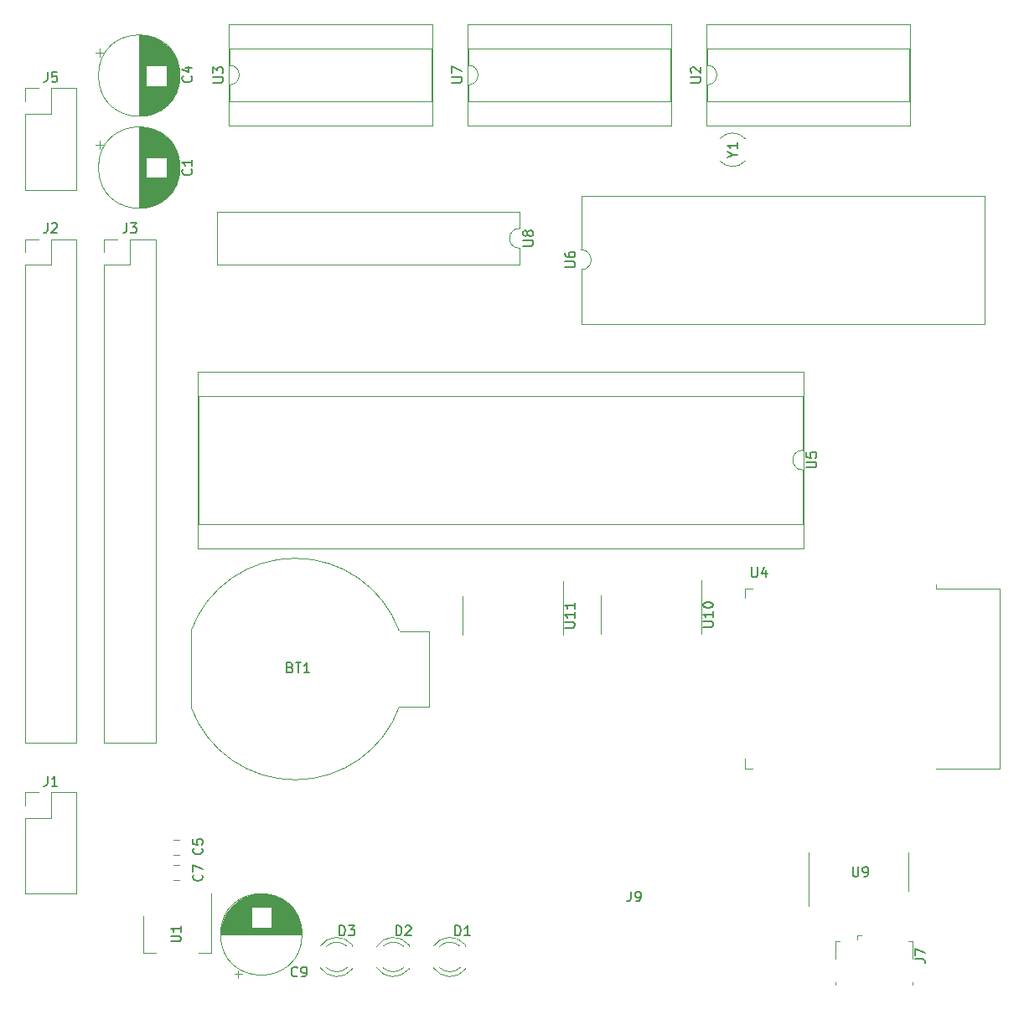
<source format=gbr>
%TF.GenerationSoftware,KiCad,Pcbnew,7.0.0-da2b9df05c~163~ubuntu22.04.1*%
%TF.CreationDate,2023-02-22T18:51:16-05:00*%
%TF.ProjectId,main,6d61696e-2e6b-4696-9361-645f70636258,rev?*%
%TF.SameCoordinates,Original*%
%TF.FileFunction,Legend,Top*%
%TF.FilePolarity,Positive*%
%FSLAX46Y46*%
G04 Gerber Fmt 4.6, Leading zero omitted, Abs format (unit mm)*
G04 Created by KiCad (PCBNEW 7.0.0-da2b9df05c~163~ubuntu22.04.1) date 2023-02-22 18:51:16*
%MOMM*%
%LPD*%
G01*
G04 APERTURE LIST*
%ADD10C,0.150000*%
%ADD11C,0.120000*%
G04 APERTURE END LIST*
D10*
%TO.C,J1*%
X23476666Y-98817380D02*
X23476666Y-99531666D01*
X23476666Y-99531666D02*
X23429047Y-99674523D01*
X23429047Y-99674523D02*
X23333809Y-99769761D01*
X23333809Y-99769761D02*
X23190952Y-99817380D01*
X23190952Y-99817380D02*
X23095714Y-99817380D01*
X24476666Y-99817380D02*
X23905238Y-99817380D01*
X24190952Y-99817380D02*
X24190952Y-98817380D01*
X24190952Y-98817380D02*
X24095714Y-98960238D01*
X24095714Y-98960238D02*
X24000476Y-99055476D01*
X24000476Y-99055476D02*
X23905238Y-99103095D01*
%TO.C,J5*%
X23476666Y-27637380D02*
X23476666Y-28351666D01*
X23476666Y-28351666D02*
X23429047Y-28494523D01*
X23429047Y-28494523D02*
X23333809Y-28589761D01*
X23333809Y-28589761D02*
X23190952Y-28637380D01*
X23190952Y-28637380D02*
X23095714Y-28637380D01*
X24429047Y-27637380D02*
X23952857Y-27637380D01*
X23952857Y-27637380D02*
X23905238Y-28113571D01*
X23905238Y-28113571D02*
X23952857Y-28065952D01*
X23952857Y-28065952D02*
X24048095Y-28018333D01*
X24048095Y-28018333D02*
X24286190Y-28018333D01*
X24286190Y-28018333D02*
X24381428Y-28065952D01*
X24381428Y-28065952D02*
X24429047Y-28113571D01*
X24429047Y-28113571D02*
X24476666Y-28208809D01*
X24476666Y-28208809D02*
X24476666Y-28446904D01*
X24476666Y-28446904D02*
X24429047Y-28542142D01*
X24429047Y-28542142D02*
X24381428Y-28589761D01*
X24381428Y-28589761D02*
X24286190Y-28637380D01*
X24286190Y-28637380D02*
X24048095Y-28637380D01*
X24048095Y-28637380D02*
X23952857Y-28589761D01*
X23952857Y-28589761D02*
X23905238Y-28542142D01*
%TO.C,J2*%
X23476666Y-42907380D02*
X23476666Y-43621666D01*
X23476666Y-43621666D02*
X23429047Y-43764523D01*
X23429047Y-43764523D02*
X23333809Y-43859761D01*
X23333809Y-43859761D02*
X23190952Y-43907380D01*
X23190952Y-43907380D02*
X23095714Y-43907380D01*
X23905238Y-43002619D02*
X23952857Y-42955000D01*
X23952857Y-42955000D02*
X24048095Y-42907380D01*
X24048095Y-42907380D02*
X24286190Y-42907380D01*
X24286190Y-42907380D02*
X24381428Y-42955000D01*
X24381428Y-42955000D02*
X24429047Y-43002619D01*
X24429047Y-43002619D02*
X24476666Y-43097857D01*
X24476666Y-43097857D02*
X24476666Y-43193095D01*
X24476666Y-43193095D02*
X24429047Y-43335952D01*
X24429047Y-43335952D02*
X23857619Y-43907380D01*
X23857619Y-43907380D02*
X24476666Y-43907380D01*
%TO.C,J3*%
X31476666Y-42907380D02*
X31476666Y-43621666D01*
X31476666Y-43621666D02*
X31429047Y-43764523D01*
X31429047Y-43764523D02*
X31333809Y-43859761D01*
X31333809Y-43859761D02*
X31190952Y-43907380D01*
X31190952Y-43907380D02*
X31095714Y-43907380D01*
X31857619Y-42907380D02*
X32476666Y-42907380D01*
X32476666Y-42907380D02*
X32143333Y-43288333D01*
X32143333Y-43288333D02*
X32286190Y-43288333D01*
X32286190Y-43288333D02*
X32381428Y-43335952D01*
X32381428Y-43335952D02*
X32429047Y-43383571D01*
X32429047Y-43383571D02*
X32476666Y-43478809D01*
X32476666Y-43478809D02*
X32476666Y-43716904D01*
X32476666Y-43716904D02*
X32429047Y-43812142D01*
X32429047Y-43812142D02*
X32381428Y-43859761D01*
X32381428Y-43859761D02*
X32286190Y-43907380D01*
X32286190Y-43907380D02*
X32000476Y-43907380D01*
X32000476Y-43907380D02*
X31905238Y-43859761D01*
X31905238Y-43859761D02*
X31857619Y-43812142D01*
%TO.C,C4*%
X38004142Y-28039666D02*
X38051761Y-28087285D01*
X38051761Y-28087285D02*
X38099380Y-28230142D01*
X38099380Y-28230142D02*
X38099380Y-28325380D01*
X38099380Y-28325380D02*
X38051761Y-28468237D01*
X38051761Y-28468237D02*
X37956523Y-28563475D01*
X37956523Y-28563475D02*
X37861285Y-28611094D01*
X37861285Y-28611094D02*
X37670809Y-28658713D01*
X37670809Y-28658713D02*
X37527952Y-28658713D01*
X37527952Y-28658713D02*
X37337476Y-28611094D01*
X37337476Y-28611094D02*
X37242238Y-28563475D01*
X37242238Y-28563475D02*
X37147000Y-28468237D01*
X37147000Y-28468237D02*
X37099380Y-28325380D01*
X37099380Y-28325380D02*
X37099380Y-28230142D01*
X37099380Y-28230142D02*
X37147000Y-28087285D01*
X37147000Y-28087285D02*
X37194619Y-28039666D01*
X37432714Y-27182523D02*
X38099380Y-27182523D01*
X37051761Y-27420618D02*
X37766047Y-27658713D01*
X37766047Y-27658713D02*
X37766047Y-27039666D01*
%TO.C,C1*%
X38004142Y-37466666D02*
X38051761Y-37514285D01*
X38051761Y-37514285D02*
X38099380Y-37657142D01*
X38099380Y-37657142D02*
X38099380Y-37752380D01*
X38099380Y-37752380D02*
X38051761Y-37895237D01*
X38051761Y-37895237D02*
X37956523Y-37990475D01*
X37956523Y-37990475D02*
X37861285Y-38038094D01*
X37861285Y-38038094D02*
X37670809Y-38085713D01*
X37670809Y-38085713D02*
X37527952Y-38085713D01*
X37527952Y-38085713D02*
X37337476Y-38038094D01*
X37337476Y-38038094D02*
X37242238Y-37990475D01*
X37242238Y-37990475D02*
X37147000Y-37895237D01*
X37147000Y-37895237D02*
X37099380Y-37752380D01*
X37099380Y-37752380D02*
X37099380Y-37657142D01*
X37099380Y-37657142D02*
X37147000Y-37514285D01*
X37147000Y-37514285D02*
X37194619Y-37466666D01*
X38099380Y-36514285D02*
X38099380Y-37085713D01*
X38099380Y-36799999D02*
X37099380Y-36799999D01*
X37099380Y-36799999D02*
X37242238Y-36895237D01*
X37242238Y-36895237D02*
X37337476Y-36990475D01*
X37337476Y-36990475D02*
X37385095Y-37085713D01*
%TO.C,U2*%
X88477380Y-28701904D02*
X89286904Y-28701904D01*
X89286904Y-28701904D02*
X89382142Y-28654285D01*
X89382142Y-28654285D02*
X89429761Y-28606666D01*
X89429761Y-28606666D02*
X89477380Y-28511428D01*
X89477380Y-28511428D02*
X89477380Y-28320952D01*
X89477380Y-28320952D02*
X89429761Y-28225714D01*
X89429761Y-28225714D02*
X89382142Y-28178095D01*
X89382142Y-28178095D02*
X89286904Y-28130476D01*
X89286904Y-28130476D02*
X88477380Y-28130476D01*
X88572619Y-27701904D02*
X88525000Y-27654285D01*
X88525000Y-27654285D02*
X88477380Y-27559047D01*
X88477380Y-27559047D02*
X88477380Y-27320952D01*
X88477380Y-27320952D02*
X88525000Y-27225714D01*
X88525000Y-27225714D02*
X88572619Y-27178095D01*
X88572619Y-27178095D02*
X88667857Y-27130476D01*
X88667857Y-27130476D02*
X88763095Y-27130476D01*
X88763095Y-27130476D02*
X88905952Y-27178095D01*
X88905952Y-27178095D02*
X89477380Y-27749523D01*
X89477380Y-27749523D02*
X89477380Y-27130476D01*
%TO.C,C9*%
X48728333Y-119017191D02*
X48680714Y-119064810D01*
X48680714Y-119064810D02*
X48537857Y-119112429D01*
X48537857Y-119112429D02*
X48442619Y-119112429D01*
X48442619Y-119112429D02*
X48299762Y-119064810D01*
X48299762Y-119064810D02*
X48204524Y-118969572D01*
X48204524Y-118969572D02*
X48156905Y-118874334D01*
X48156905Y-118874334D02*
X48109286Y-118683858D01*
X48109286Y-118683858D02*
X48109286Y-118541001D01*
X48109286Y-118541001D02*
X48156905Y-118350525D01*
X48156905Y-118350525D02*
X48204524Y-118255287D01*
X48204524Y-118255287D02*
X48299762Y-118160049D01*
X48299762Y-118160049D02*
X48442619Y-118112429D01*
X48442619Y-118112429D02*
X48537857Y-118112429D01*
X48537857Y-118112429D02*
X48680714Y-118160049D01*
X48680714Y-118160049D02*
X48728333Y-118207668D01*
X49204524Y-119112429D02*
X49395000Y-119112429D01*
X49395000Y-119112429D02*
X49490238Y-119064810D01*
X49490238Y-119064810D02*
X49537857Y-119017191D01*
X49537857Y-119017191D02*
X49633095Y-118874334D01*
X49633095Y-118874334D02*
X49680714Y-118683858D01*
X49680714Y-118683858D02*
X49680714Y-118302906D01*
X49680714Y-118302906D02*
X49633095Y-118207668D01*
X49633095Y-118207668D02*
X49585476Y-118160049D01*
X49585476Y-118160049D02*
X49490238Y-118112429D01*
X49490238Y-118112429D02*
X49299762Y-118112429D01*
X49299762Y-118112429D02*
X49204524Y-118160049D01*
X49204524Y-118160049D02*
X49156905Y-118207668D01*
X49156905Y-118207668D02*
X49109286Y-118302906D01*
X49109286Y-118302906D02*
X49109286Y-118541001D01*
X49109286Y-118541001D02*
X49156905Y-118636239D01*
X49156905Y-118636239D02*
X49204524Y-118683858D01*
X49204524Y-118683858D02*
X49299762Y-118731477D01*
X49299762Y-118731477D02*
X49490238Y-118731477D01*
X49490238Y-118731477D02*
X49585476Y-118683858D01*
X49585476Y-118683858D02*
X49633095Y-118636239D01*
X49633095Y-118636239D02*
X49680714Y-118541001D01*
%TO.C,D1*%
X64671905Y-114944880D02*
X64671905Y-113944880D01*
X64671905Y-113944880D02*
X64910000Y-113944880D01*
X64910000Y-113944880D02*
X65052857Y-113992500D01*
X65052857Y-113992500D02*
X65148095Y-114087738D01*
X65148095Y-114087738D02*
X65195714Y-114182976D01*
X65195714Y-114182976D02*
X65243333Y-114373452D01*
X65243333Y-114373452D02*
X65243333Y-114516309D01*
X65243333Y-114516309D02*
X65195714Y-114706785D01*
X65195714Y-114706785D02*
X65148095Y-114802023D01*
X65148095Y-114802023D02*
X65052857Y-114897261D01*
X65052857Y-114897261D02*
X64910000Y-114944880D01*
X64910000Y-114944880D02*
X64671905Y-114944880D01*
X66195714Y-114944880D02*
X65624286Y-114944880D01*
X65910000Y-114944880D02*
X65910000Y-113944880D01*
X65910000Y-113944880D02*
X65814762Y-114087738D01*
X65814762Y-114087738D02*
X65719524Y-114182976D01*
X65719524Y-114182976D02*
X65624286Y-114230595D01*
%TO.C,U5*%
X100167380Y-67631904D02*
X100976904Y-67631904D01*
X100976904Y-67631904D02*
X101072142Y-67584285D01*
X101072142Y-67584285D02*
X101119761Y-67536666D01*
X101119761Y-67536666D02*
X101167380Y-67441428D01*
X101167380Y-67441428D02*
X101167380Y-67250952D01*
X101167380Y-67250952D02*
X101119761Y-67155714D01*
X101119761Y-67155714D02*
X101072142Y-67108095D01*
X101072142Y-67108095D02*
X100976904Y-67060476D01*
X100976904Y-67060476D02*
X100167380Y-67060476D01*
X100167380Y-66108095D02*
X100167380Y-66584285D01*
X100167380Y-66584285D02*
X100643571Y-66631904D01*
X100643571Y-66631904D02*
X100595952Y-66584285D01*
X100595952Y-66584285D02*
X100548333Y-66489047D01*
X100548333Y-66489047D02*
X100548333Y-66250952D01*
X100548333Y-66250952D02*
X100595952Y-66155714D01*
X100595952Y-66155714D02*
X100643571Y-66108095D01*
X100643571Y-66108095D02*
X100738809Y-66060476D01*
X100738809Y-66060476D02*
X100976904Y-66060476D01*
X100976904Y-66060476D02*
X101072142Y-66108095D01*
X101072142Y-66108095D02*
X101119761Y-66155714D01*
X101119761Y-66155714D02*
X101167380Y-66250952D01*
X101167380Y-66250952D02*
X101167380Y-66489047D01*
X101167380Y-66489047D02*
X101119761Y-66584285D01*
X101119761Y-66584285D02*
X101072142Y-66631904D01*
%TO.C,D2*%
X58697905Y-114944880D02*
X58697905Y-113944880D01*
X58697905Y-113944880D02*
X58936000Y-113944880D01*
X58936000Y-113944880D02*
X59078857Y-113992500D01*
X59078857Y-113992500D02*
X59174095Y-114087738D01*
X59174095Y-114087738D02*
X59221714Y-114182976D01*
X59221714Y-114182976D02*
X59269333Y-114373452D01*
X59269333Y-114373452D02*
X59269333Y-114516309D01*
X59269333Y-114516309D02*
X59221714Y-114706785D01*
X59221714Y-114706785D02*
X59174095Y-114802023D01*
X59174095Y-114802023D02*
X59078857Y-114897261D01*
X59078857Y-114897261D02*
X58936000Y-114944880D01*
X58936000Y-114944880D02*
X58697905Y-114944880D01*
X59650286Y-114040119D02*
X59697905Y-113992500D01*
X59697905Y-113992500D02*
X59793143Y-113944880D01*
X59793143Y-113944880D02*
X60031238Y-113944880D01*
X60031238Y-113944880D02*
X60126476Y-113992500D01*
X60126476Y-113992500D02*
X60174095Y-114040119D01*
X60174095Y-114040119D02*
X60221714Y-114135357D01*
X60221714Y-114135357D02*
X60221714Y-114230595D01*
X60221714Y-114230595D02*
X60174095Y-114373452D01*
X60174095Y-114373452D02*
X59602667Y-114944880D01*
X59602667Y-114944880D02*
X60221714Y-114944880D01*
%TO.C,C5*%
X39067142Y-106136666D02*
X39114761Y-106184285D01*
X39114761Y-106184285D02*
X39162380Y-106327142D01*
X39162380Y-106327142D02*
X39162380Y-106422380D01*
X39162380Y-106422380D02*
X39114761Y-106565237D01*
X39114761Y-106565237D02*
X39019523Y-106660475D01*
X39019523Y-106660475D02*
X38924285Y-106708094D01*
X38924285Y-106708094D02*
X38733809Y-106755713D01*
X38733809Y-106755713D02*
X38590952Y-106755713D01*
X38590952Y-106755713D02*
X38400476Y-106708094D01*
X38400476Y-106708094D02*
X38305238Y-106660475D01*
X38305238Y-106660475D02*
X38210000Y-106565237D01*
X38210000Y-106565237D02*
X38162380Y-106422380D01*
X38162380Y-106422380D02*
X38162380Y-106327142D01*
X38162380Y-106327142D02*
X38210000Y-106184285D01*
X38210000Y-106184285D02*
X38257619Y-106136666D01*
X38162380Y-105231904D02*
X38162380Y-105708094D01*
X38162380Y-105708094D02*
X38638571Y-105755713D01*
X38638571Y-105755713D02*
X38590952Y-105708094D01*
X38590952Y-105708094D02*
X38543333Y-105612856D01*
X38543333Y-105612856D02*
X38543333Y-105374761D01*
X38543333Y-105374761D02*
X38590952Y-105279523D01*
X38590952Y-105279523D02*
X38638571Y-105231904D01*
X38638571Y-105231904D02*
X38733809Y-105184285D01*
X38733809Y-105184285D02*
X38971904Y-105184285D01*
X38971904Y-105184285D02*
X39067142Y-105231904D01*
X39067142Y-105231904D02*
X39114761Y-105279523D01*
X39114761Y-105279523D02*
X39162380Y-105374761D01*
X39162380Y-105374761D02*
X39162380Y-105612856D01*
X39162380Y-105612856D02*
X39114761Y-105708094D01*
X39114761Y-105708094D02*
X39067142Y-105755713D01*
%TO.C,C7*%
X39067142Y-108801666D02*
X39114761Y-108849285D01*
X39114761Y-108849285D02*
X39162380Y-108992142D01*
X39162380Y-108992142D02*
X39162380Y-109087380D01*
X39162380Y-109087380D02*
X39114761Y-109230237D01*
X39114761Y-109230237D02*
X39019523Y-109325475D01*
X39019523Y-109325475D02*
X38924285Y-109373094D01*
X38924285Y-109373094D02*
X38733809Y-109420713D01*
X38733809Y-109420713D02*
X38590952Y-109420713D01*
X38590952Y-109420713D02*
X38400476Y-109373094D01*
X38400476Y-109373094D02*
X38305238Y-109325475D01*
X38305238Y-109325475D02*
X38210000Y-109230237D01*
X38210000Y-109230237D02*
X38162380Y-109087380D01*
X38162380Y-109087380D02*
X38162380Y-108992142D01*
X38162380Y-108992142D02*
X38210000Y-108849285D01*
X38210000Y-108849285D02*
X38257619Y-108801666D01*
X38162380Y-108468332D02*
X38162380Y-107801666D01*
X38162380Y-107801666D02*
X39162380Y-108230237D01*
%TO.C,J9*%
X82436666Y-110492380D02*
X82436666Y-111206666D01*
X82436666Y-111206666D02*
X82389047Y-111349523D01*
X82389047Y-111349523D02*
X82293809Y-111444761D01*
X82293809Y-111444761D02*
X82150952Y-111492380D01*
X82150952Y-111492380D02*
X82055714Y-111492380D01*
X82960476Y-111492380D02*
X83150952Y-111492380D01*
X83150952Y-111492380D02*
X83246190Y-111444761D01*
X83246190Y-111444761D02*
X83293809Y-111397142D01*
X83293809Y-111397142D02*
X83389047Y-111254285D01*
X83389047Y-111254285D02*
X83436666Y-111063809D01*
X83436666Y-111063809D02*
X83436666Y-110682857D01*
X83436666Y-110682857D02*
X83389047Y-110587619D01*
X83389047Y-110587619D02*
X83341428Y-110540000D01*
X83341428Y-110540000D02*
X83246190Y-110492380D01*
X83246190Y-110492380D02*
X83055714Y-110492380D01*
X83055714Y-110492380D02*
X82960476Y-110540000D01*
X82960476Y-110540000D02*
X82912857Y-110587619D01*
X82912857Y-110587619D02*
X82865238Y-110682857D01*
X82865238Y-110682857D02*
X82865238Y-110920952D01*
X82865238Y-110920952D02*
X82912857Y-111016190D01*
X82912857Y-111016190D02*
X82960476Y-111063809D01*
X82960476Y-111063809D02*
X83055714Y-111111428D01*
X83055714Y-111111428D02*
X83246190Y-111111428D01*
X83246190Y-111111428D02*
X83341428Y-111063809D01*
X83341428Y-111063809D02*
X83389047Y-111016190D01*
X83389047Y-111016190D02*
X83436666Y-110920952D01*
%TO.C,U1*%
X35962380Y-115551904D02*
X36771904Y-115551904D01*
X36771904Y-115551904D02*
X36867142Y-115504285D01*
X36867142Y-115504285D02*
X36914761Y-115456666D01*
X36914761Y-115456666D02*
X36962380Y-115361428D01*
X36962380Y-115361428D02*
X36962380Y-115170952D01*
X36962380Y-115170952D02*
X36914761Y-115075714D01*
X36914761Y-115075714D02*
X36867142Y-115028095D01*
X36867142Y-115028095D02*
X36771904Y-114980476D01*
X36771904Y-114980476D02*
X35962380Y-114980476D01*
X36962380Y-113980476D02*
X36962380Y-114551904D01*
X36962380Y-114266190D02*
X35962380Y-114266190D01*
X35962380Y-114266190D02*
X36105238Y-114361428D01*
X36105238Y-114361428D02*
X36200476Y-114456666D01*
X36200476Y-114456666D02*
X36248095Y-114551904D01*
%TO.C,Y1*%
X92741190Y-35976190D02*
X93217380Y-35976190D01*
X92217380Y-36309523D02*
X92741190Y-35976190D01*
X92741190Y-35976190D02*
X92217380Y-35642857D01*
X93217380Y-34785714D02*
X93217380Y-35357142D01*
X93217380Y-35071428D02*
X92217380Y-35071428D01*
X92217380Y-35071428D02*
X92360238Y-35166666D01*
X92360238Y-35166666D02*
X92455476Y-35261904D01*
X92455476Y-35261904D02*
X92503095Y-35357142D01*
%TO.C,U7*%
X64347380Y-28701904D02*
X65156904Y-28701904D01*
X65156904Y-28701904D02*
X65252142Y-28654285D01*
X65252142Y-28654285D02*
X65299761Y-28606666D01*
X65299761Y-28606666D02*
X65347380Y-28511428D01*
X65347380Y-28511428D02*
X65347380Y-28320952D01*
X65347380Y-28320952D02*
X65299761Y-28225714D01*
X65299761Y-28225714D02*
X65252142Y-28178095D01*
X65252142Y-28178095D02*
X65156904Y-28130476D01*
X65156904Y-28130476D02*
X64347380Y-28130476D01*
X64347380Y-27749523D02*
X64347380Y-27082857D01*
X64347380Y-27082857D02*
X65347380Y-27511428D01*
%TO.C,BT1*%
X48014285Y-87843571D02*
X48157142Y-87891190D01*
X48157142Y-87891190D02*
X48204761Y-87938809D01*
X48204761Y-87938809D02*
X48252380Y-88034047D01*
X48252380Y-88034047D02*
X48252380Y-88176904D01*
X48252380Y-88176904D02*
X48204761Y-88272142D01*
X48204761Y-88272142D02*
X48157142Y-88319761D01*
X48157142Y-88319761D02*
X48061904Y-88367380D01*
X48061904Y-88367380D02*
X47680952Y-88367380D01*
X47680952Y-88367380D02*
X47680952Y-87367380D01*
X47680952Y-87367380D02*
X48014285Y-87367380D01*
X48014285Y-87367380D02*
X48109523Y-87415000D01*
X48109523Y-87415000D02*
X48157142Y-87462619D01*
X48157142Y-87462619D02*
X48204761Y-87557857D01*
X48204761Y-87557857D02*
X48204761Y-87653095D01*
X48204761Y-87653095D02*
X48157142Y-87748333D01*
X48157142Y-87748333D02*
X48109523Y-87795952D01*
X48109523Y-87795952D02*
X48014285Y-87843571D01*
X48014285Y-87843571D02*
X47680952Y-87843571D01*
X48538095Y-87367380D02*
X49109523Y-87367380D01*
X48823809Y-88367380D02*
X48823809Y-87367380D01*
X49966666Y-88367380D02*
X49395238Y-88367380D01*
X49680952Y-88367380D02*
X49680952Y-87367380D01*
X49680952Y-87367380D02*
X49585714Y-87510238D01*
X49585714Y-87510238D02*
X49490476Y-87605476D01*
X49490476Y-87605476D02*
X49395238Y-87653095D01*
%TO.C,U6*%
X75777380Y-47381904D02*
X76586904Y-47381904D01*
X76586904Y-47381904D02*
X76682142Y-47334285D01*
X76682142Y-47334285D02*
X76729761Y-47286666D01*
X76729761Y-47286666D02*
X76777380Y-47191428D01*
X76777380Y-47191428D02*
X76777380Y-47000952D01*
X76777380Y-47000952D02*
X76729761Y-46905714D01*
X76729761Y-46905714D02*
X76682142Y-46858095D01*
X76682142Y-46858095D02*
X76586904Y-46810476D01*
X76586904Y-46810476D02*
X75777380Y-46810476D01*
X75777380Y-45905714D02*
X75777380Y-46096190D01*
X75777380Y-46096190D02*
X75825000Y-46191428D01*
X75825000Y-46191428D02*
X75872619Y-46239047D01*
X75872619Y-46239047D02*
X76015476Y-46334285D01*
X76015476Y-46334285D02*
X76205952Y-46381904D01*
X76205952Y-46381904D02*
X76586904Y-46381904D01*
X76586904Y-46381904D02*
X76682142Y-46334285D01*
X76682142Y-46334285D02*
X76729761Y-46286666D01*
X76729761Y-46286666D02*
X76777380Y-46191428D01*
X76777380Y-46191428D02*
X76777380Y-46000952D01*
X76777380Y-46000952D02*
X76729761Y-45905714D01*
X76729761Y-45905714D02*
X76682142Y-45858095D01*
X76682142Y-45858095D02*
X76586904Y-45810476D01*
X76586904Y-45810476D02*
X76348809Y-45810476D01*
X76348809Y-45810476D02*
X76253571Y-45858095D01*
X76253571Y-45858095D02*
X76205952Y-45905714D01*
X76205952Y-45905714D02*
X76158333Y-46000952D01*
X76158333Y-46000952D02*
X76158333Y-46191428D01*
X76158333Y-46191428D02*
X76205952Y-46286666D01*
X76205952Y-46286666D02*
X76253571Y-46334285D01*
X76253571Y-46334285D02*
X76348809Y-46381904D01*
%TO.C,U8*%
X71547380Y-45211904D02*
X72356904Y-45211904D01*
X72356904Y-45211904D02*
X72452142Y-45164285D01*
X72452142Y-45164285D02*
X72499761Y-45116666D01*
X72499761Y-45116666D02*
X72547380Y-45021428D01*
X72547380Y-45021428D02*
X72547380Y-44830952D01*
X72547380Y-44830952D02*
X72499761Y-44735714D01*
X72499761Y-44735714D02*
X72452142Y-44688095D01*
X72452142Y-44688095D02*
X72356904Y-44640476D01*
X72356904Y-44640476D02*
X71547380Y-44640476D01*
X71975952Y-44021428D02*
X71928333Y-44116666D01*
X71928333Y-44116666D02*
X71880714Y-44164285D01*
X71880714Y-44164285D02*
X71785476Y-44211904D01*
X71785476Y-44211904D02*
X71737857Y-44211904D01*
X71737857Y-44211904D02*
X71642619Y-44164285D01*
X71642619Y-44164285D02*
X71595000Y-44116666D01*
X71595000Y-44116666D02*
X71547380Y-44021428D01*
X71547380Y-44021428D02*
X71547380Y-43830952D01*
X71547380Y-43830952D02*
X71595000Y-43735714D01*
X71595000Y-43735714D02*
X71642619Y-43688095D01*
X71642619Y-43688095D02*
X71737857Y-43640476D01*
X71737857Y-43640476D02*
X71785476Y-43640476D01*
X71785476Y-43640476D02*
X71880714Y-43688095D01*
X71880714Y-43688095D02*
X71928333Y-43735714D01*
X71928333Y-43735714D02*
X71975952Y-43830952D01*
X71975952Y-43830952D02*
X71975952Y-44021428D01*
X71975952Y-44021428D02*
X72023571Y-44116666D01*
X72023571Y-44116666D02*
X72071190Y-44164285D01*
X72071190Y-44164285D02*
X72166428Y-44211904D01*
X72166428Y-44211904D02*
X72356904Y-44211904D01*
X72356904Y-44211904D02*
X72452142Y-44164285D01*
X72452142Y-44164285D02*
X72499761Y-44116666D01*
X72499761Y-44116666D02*
X72547380Y-44021428D01*
X72547380Y-44021428D02*
X72547380Y-43830952D01*
X72547380Y-43830952D02*
X72499761Y-43735714D01*
X72499761Y-43735714D02*
X72452142Y-43688095D01*
X72452142Y-43688095D02*
X72356904Y-43640476D01*
X72356904Y-43640476D02*
X72166428Y-43640476D01*
X72166428Y-43640476D02*
X72071190Y-43688095D01*
X72071190Y-43688095D02*
X72023571Y-43735714D01*
X72023571Y-43735714D02*
X71975952Y-43830952D01*
%TO.C,J7*%
X111167380Y-117333333D02*
X111881666Y-117333333D01*
X111881666Y-117333333D02*
X112024523Y-117380952D01*
X112024523Y-117380952D02*
X112119761Y-117476190D01*
X112119761Y-117476190D02*
X112167380Y-117619047D01*
X112167380Y-117619047D02*
X112167380Y-117714285D01*
X111167380Y-116952380D02*
X111167380Y-116285714D01*
X111167380Y-116285714D02*
X112167380Y-116714285D01*
%TO.C,U9*%
X104848095Y-107987380D02*
X104848095Y-108796904D01*
X104848095Y-108796904D02*
X104895714Y-108892142D01*
X104895714Y-108892142D02*
X104943333Y-108939761D01*
X104943333Y-108939761D02*
X105038571Y-108987380D01*
X105038571Y-108987380D02*
X105229047Y-108987380D01*
X105229047Y-108987380D02*
X105324285Y-108939761D01*
X105324285Y-108939761D02*
X105371904Y-108892142D01*
X105371904Y-108892142D02*
X105419523Y-108796904D01*
X105419523Y-108796904D02*
X105419523Y-107987380D01*
X105943333Y-108987380D02*
X106133809Y-108987380D01*
X106133809Y-108987380D02*
X106229047Y-108939761D01*
X106229047Y-108939761D02*
X106276666Y-108892142D01*
X106276666Y-108892142D02*
X106371904Y-108749285D01*
X106371904Y-108749285D02*
X106419523Y-108558809D01*
X106419523Y-108558809D02*
X106419523Y-108177857D01*
X106419523Y-108177857D02*
X106371904Y-108082619D01*
X106371904Y-108082619D02*
X106324285Y-108035000D01*
X106324285Y-108035000D02*
X106229047Y-107987380D01*
X106229047Y-107987380D02*
X106038571Y-107987380D01*
X106038571Y-107987380D02*
X105943333Y-108035000D01*
X105943333Y-108035000D02*
X105895714Y-108082619D01*
X105895714Y-108082619D02*
X105848095Y-108177857D01*
X105848095Y-108177857D02*
X105848095Y-108415952D01*
X105848095Y-108415952D02*
X105895714Y-108511190D01*
X105895714Y-108511190D02*
X105943333Y-108558809D01*
X105943333Y-108558809D02*
X106038571Y-108606428D01*
X106038571Y-108606428D02*
X106229047Y-108606428D01*
X106229047Y-108606428D02*
X106324285Y-108558809D01*
X106324285Y-108558809D02*
X106371904Y-108511190D01*
X106371904Y-108511190D02*
X106419523Y-108415952D01*
%TO.C,U4*%
X94623095Y-77712380D02*
X94623095Y-78521904D01*
X94623095Y-78521904D02*
X94670714Y-78617142D01*
X94670714Y-78617142D02*
X94718333Y-78664761D01*
X94718333Y-78664761D02*
X94813571Y-78712380D01*
X94813571Y-78712380D02*
X95004047Y-78712380D01*
X95004047Y-78712380D02*
X95099285Y-78664761D01*
X95099285Y-78664761D02*
X95146904Y-78617142D01*
X95146904Y-78617142D02*
X95194523Y-78521904D01*
X95194523Y-78521904D02*
X95194523Y-77712380D01*
X96099285Y-78045714D02*
X96099285Y-78712380D01*
X95861190Y-77664761D02*
X95623095Y-78379047D01*
X95623095Y-78379047D02*
X96242142Y-78379047D01*
%TO.C,U3*%
X40217380Y-28701904D02*
X41026904Y-28701904D01*
X41026904Y-28701904D02*
X41122142Y-28654285D01*
X41122142Y-28654285D02*
X41169761Y-28606666D01*
X41169761Y-28606666D02*
X41217380Y-28511428D01*
X41217380Y-28511428D02*
X41217380Y-28320952D01*
X41217380Y-28320952D02*
X41169761Y-28225714D01*
X41169761Y-28225714D02*
X41122142Y-28178095D01*
X41122142Y-28178095D02*
X41026904Y-28130476D01*
X41026904Y-28130476D02*
X40217380Y-28130476D01*
X40217380Y-27749523D02*
X40217380Y-27130476D01*
X40217380Y-27130476D02*
X40598333Y-27463809D01*
X40598333Y-27463809D02*
X40598333Y-27320952D01*
X40598333Y-27320952D02*
X40645952Y-27225714D01*
X40645952Y-27225714D02*
X40693571Y-27178095D01*
X40693571Y-27178095D02*
X40788809Y-27130476D01*
X40788809Y-27130476D02*
X41026904Y-27130476D01*
X41026904Y-27130476D02*
X41122142Y-27178095D01*
X41122142Y-27178095D02*
X41169761Y-27225714D01*
X41169761Y-27225714D02*
X41217380Y-27320952D01*
X41217380Y-27320952D02*
X41217380Y-27606666D01*
X41217380Y-27606666D02*
X41169761Y-27701904D01*
X41169761Y-27701904D02*
X41122142Y-27749523D01*
%TO.C,U11*%
X75752380Y-83823094D02*
X76561904Y-83823094D01*
X76561904Y-83823094D02*
X76657142Y-83775475D01*
X76657142Y-83775475D02*
X76704761Y-83727856D01*
X76704761Y-83727856D02*
X76752380Y-83632618D01*
X76752380Y-83632618D02*
X76752380Y-83442142D01*
X76752380Y-83442142D02*
X76704761Y-83346904D01*
X76704761Y-83346904D02*
X76657142Y-83299285D01*
X76657142Y-83299285D02*
X76561904Y-83251666D01*
X76561904Y-83251666D02*
X75752380Y-83251666D01*
X76752380Y-82251666D02*
X76752380Y-82823094D01*
X76752380Y-82537380D02*
X75752380Y-82537380D01*
X75752380Y-82537380D02*
X75895238Y-82632618D01*
X75895238Y-82632618D02*
X75990476Y-82727856D01*
X75990476Y-82727856D02*
X76038095Y-82823094D01*
X76752380Y-81299285D02*
X76752380Y-81870713D01*
X76752380Y-81584999D02*
X75752380Y-81584999D01*
X75752380Y-81584999D02*
X75895238Y-81680237D01*
X75895238Y-81680237D02*
X75990476Y-81775475D01*
X75990476Y-81775475D02*
X76038095Y-81870713D01*
%TO.C,U10*%
X89722380Y-83753094D02*
X90531904Y-83753094D01*
X90531904Y-83753094D02*
X90627142Y-83705475D01*
X90627142Y-83705475D02*
X90674761Y-83657856D01*
X90674761Y-83657856D02*
X90722380Y-83562618D01*
X90722380Y-83562618D02*
X90722380Y-83372142D01*
X90722380Y-83372142D02*
X90674761Y-83276904D01*
X90674761Y-83276904D02*
X90627142Y-83229285D01*
X90627142Y-83229285D02*
X90531904Y-83181666D01*
X90531904Y-83181666D02*
X89722380Y-83181666D01*
X90722380Y-82181666D02*
X90722380Y-82753094D01*
X90722380Y-82467380D02*
X89722380Y-82467380D01*
X89722380Y-82467380D02*
X89865238Y-82562618D01*
X89865238Y-82562618D02*
X89960476Y-82657856D01*
X89960476Y-82657856D02*
X90008095Y-82753094D01*
X89722380Y-81562618D02*
X89722380Y-81467380D01*
X89722380Y-81467380D02*
X89770000Y-81372142D01*
X89770000Y-81372142D02*
X89817619Y-81324523D01*
X89817619Y-81324523D02*
X89912857Y-81276904D01*
X89912857Y-81276904D02*
X90103333Y-81229285D01*
X90103333Y-81229285D02*
X90341428Y-81229285D01*
X90341428Y-81229285D02*
X90531904Y-81276904D01*
X90531904Y-81276904D02*
X90627142Y-81324523D01*
X90627142Y-81324523D02*
X90674761Y-81372142D01*
X90674761Y-81372142D02*
X90722380Y-81467380D01*
X90722380Y-81467380D02*
X90722380Y-81562618D01*
X90722380Y-81562618D02*
X90674761Y-81657856D01*
X90674761Y-81657856D02*
X90627142Y-81705475D01*
X90627142Y-81705475D02*
X90531904Y-81753094D01*
X90531904Y-81753094D02*
X90341428Y-81800713D01*
X90341428Y-81800713D02*
X90103333Y-81800713D01*
X90103333Y-81800713D02*
X89912857Y-81753094D01*
X89912857Y-81753094D02*
X89817619Y-81705475D01*
X89817619Y-81705475D02*
X89770000Y-81657856D01*
X89770000Y-81657856D02*
X89722380Y-81562618D01*
%TO.C,D3*%
X52987905Y-114944880D02*
X52987905Y-113944880D01*
X52987905Y-113944880D02*
X53226000Y-113944880D01*
X53226000Y-113944880D02*
X53368857Y-113992500D01*
X53368857Y-113992500D02*
X53464095Y-114087738D01*
X53464095Y-114087738D02*
X53511714Y-114182976D01*
X53511714Y-114182976D02*
X53559333Y-114373452D01*
X53559333Y-114373452D02*
X53559333Y-114516309D01*
X53559333Y-114516309D02*
X53511714Y-114706785D01*
X53511714Y-114706785D02*
X53464095Y-114802023D01*
X53464095Y-114802023D02*
X53368857Y-114897261D01*
X53368857Y-114897261D02*
X53226000Y-114944880D01*
X53226000Y-114944880D02*
X52987905Y-114944880D01*
X53892667Y-113944880D02*
X54511714Y-113944880D01*
X54511714Y-113944880D02*
X54178381Y-114325833D01*
X54178381Y-114325833D02*
X54321238Y-114325833D01*
X54321238Y-114325833D02*
X54416476Y-114373452D01*
X54416476Y-114373452D02*
X54464095Y-114421071D01*
X54464095Y-114421071D02*
X54511714Y-114516309D01*
X54511714Y-114516309D02*
X54511714Y-114754404D01*
X54511714Y-114754404D02*
X54464095Y-114849642D01*
X54464095Y-114849642D02*
X54416476Y-114897261D01*
X54416476Y-114897261D02*
X54321238Y-114944880D01*
X54321238Y-114944880D02*
X54035524Y-114944880D01*
X54035524Y-114944880D02*
X53940286Y-114897261D01*
X53940286Y-114897261D02*
X53892667Y-114849642D01*
D11*
%TO.C,J1*%
X21210000Y-100450000D02*
X22540000Y-100450000D01*
X21210000Y-101780000D02*
X21210000Y-100450000D01*
X21210000Y-103050000D02*
X21210000Y-110730000D01*
X21210000Y-103050000D02*
X23810000Y-103050000D01*
X21210000Y-110730000D02*
X26410000Y-110730000D01*
X23810000Y-100450000D02*
X26410000Y-100450000D01*
X23810000Y-103050000D02*
X23810000Y-100450000D01*
X26410000Y-100450000D02*
X26410000Y-110730000D01*
%TO.C,J5*%
X21210000Y-29270000D02*
X22540000Y-29270000D01*
X21210000Y-30600000D02*
X21210000Y-29270000D01*
X21210000Y-31870000D02*
X21210000Y-39550000D01*
X21210000Y-31870000D02*
X23810000Y-31870000D01*
X21210000Y-39550000D02*
X26410000Y-39550000D01*
X23810000Y-29270000D02*
X26410000Y-29270000D01*
X23810000Y-31870000D02*
X23810000Y-29270000D01*
X26410000Y-29270000D02*
X26410000Y-39550000D01*
%TO.C,J2*%
X21210000Y-44540000D02*
X22540000Y-44540000D01*
X21210000Y-45870000D02*
X21210000Y-44540000D01*
X21210000Y-47140000D02*
X21210000Y-95460000D01*
X21210000Y-47140000D02*
X23810000Y-47140000D01*
X21210000Y-95460000D02*
X26410000Y-95460000D01*
X23810000Y-44540000D02*
X26410000Y-44540000D01*
X23810000Y-47140000D02*
X23810000Y-44540000D01*
X26410000Y-44540000D02*
X26410000Y-95460000D01*
%TO.C,J3*%
X29210000Y-44540000D02*
X30540000Y-44540000D01*
X29210000Y-45870000D02*
X29210000Y-44540000D01*
X29210000Y-47140000D02*
X29210000Y-95460000D01*
X29210000Y-47140000D02*
X31810000Y-47140000D01*
X29210000Y-95460000D02*
X34410000Y-95460000D01*
X31810000Y-44540000D02*
X34410000Y-44540000D01*
X31810000Y-47140000D02*
X31810000Y-44540000D01*
X34410000Y-44540000D02*
X34410000Y-95460000D01*
%TO.C,C4*%
X28340302Y-25685000D02*
X29140302Y-25685000D01*
X28740302Y-25285000D02*
X28740302Y-26085000D01*
X32750000Y-23920000D02*
X32750000Y-32080000D01*
X32790000Y-23920000D02*
X32790000Y-32080000D01*
X32830000Y-23920000D02*
X32830000Y-32080000D01*
X32870000Y-23921000D02*
X32870000Y-32079000D01*
X32910000Y-23923000D02*
X32910000Y-32077000D01*
X32950000Y-23924000D02*
X32950000Y-32076000D01*
X32990000Y-23926000D02*
X32990000Y-32074000D01*
X33030000Y-23929000D02*
X33030000Y-32071000D01*
X33070000Y-23932000D02*
X33070000Y-32068000D01*
X33110000Y-23935000D02*
X33110000Y-32065000D01*
X33150000Y-23939000D02*
X33150000Y-32061000D01*
X33190000Y-23943000D02*
X33190000Y-32057000D01*
X33230000Y-23948000D02*
X33230000Y-32052000D01*
X33270000Y-23952000D02*
X33270000Y-32048000D01*
X33310000Y-23958000D02*
X33310000Y-32042000D01*
X33350000Y-23963000D02*
X33350000Y-32037000D01*
X33390000Y-23970000D02*
X33390000Y-32030000D01*
X33430000Y-23976000D02*
X33430000Y-32024000D01*
X33471000Y-23983000D02*
X33471000Y-26960000D01*
X33471000Y-29040000D02*
X33471000Y-32017000D01*
X33511000Y-23990000D02*
X33511000Y-26960000D01*
X33511000Y-29040000D02*
X33511000Y-32010000D01*
X33551000Y-23998000D02*
X33551000Y-26960000D01*
X33551000Y-29040000D02*
X33551000Y-32002000D01*
X33591000Y-24006000D02*
X33591000Y-26960000D01*
X33591000Y-29040000D02*
X33591000Y-31994000D01*
X33631000Y-24015000D02*
X33631000Y-26960000D01*
X33631000Y-29040000D02*
X33631000Y-31985000D01*
X33671000Y-24024000D02*
X33671000Y-26960000D01*
X33671000Y-29040000D02*
X33671000Y-31976000D01*
X33711000Y-24033000D02*
X33711000Y-26960000D01*
X33711000Y-29040000D02*
X33711000Y-31967000D01*
X33751000Y-24043000D02*
X33751000Y-26960000D01*
X33751000Y-29040000D02*
X33751000Y-31957000D01*
X33791000Y-24053000D02*
X33791000Y-26960000D01*
X33791000Y-29040000D02*
X33791000Y-31947000D01*
X33831000Y-24064000D02*
X33831000Y-26960000D01*
X33831000Y-29040000D02*
X33831000Y-31936000D01*
X33871000Y-24075000D02*
X33871000Y-26960000D01*
X33871000Y-29040000D02*
X33871000Y-31925000D01*
X33911000Y-24086000D02*
X33911000Y-26960000D01*
X33911000Y-29040000D02*
X33911000Y-31914000D01*
X33951000Y-24098000D02*
X33951000Y-26960000D01*
X33951000Y-29040000D02*
X33951000Y-31902000D01*
X33991000Y-24111000D02*
X33991000Y-26960000D01*
X33991000Y-29040000D02*
X33991000Y-31889000D01*
X34031000Y-24123000D02*
X34031000Y-26960000D01*
X34031000Y-29040000D02*
X34031000Y-31877000D01*
X34071000Y-24137000D02*
X34071000Y-26960000D01*
X34071000Y-29040000D02*
X34071000Y-31863000D01*
X34111000Y-24150000D02*
X34111000Y-26960000D01*
X34111000Y-29040000D02*
X34111000Y-31850000D01*
X34151000Y-24165000D02*
X34151000Y-26960000D01*
X34151000Y-29040000D02*
X34151000Y-31835000D01*
X34191000Y-24179000D02*
X34191000Y-26960000D01*
X34191000Y-29040000D02*
X34191000Y-31821000D01*
X34231000Y-24195000D02*
X34231000Y-26960000D01*
X34231000Y-29040000D02*
X34231000Y-31805000D01*
X34271000Y-24210000D02*
X34271000Y-26960000D01*
X34271000Y-29040000D02*
X34271000Y-31790000D01*
X34311000Y-24226000D02*
X34311000Y-26960000D01*
X34311000Y-29040000D02*
X34311000Y-31774000D01*
X34351000Y-24243000D02*
X34351000Y-26960000D01*
X34351000Y-29040000D02*
X34351000Y-31757000D01*
X34391000Y-24260000D02*
X34391000Y-26960000D01*
X34391000Y-29040000D02*
X34391000Y-31740000D01*
X34431000Y-24278000D02*
X34431000Y-26960000D01*
X34431000Y-29040000D02*
X34431000Y-31722000D01*
X34471000Y-24296000D02*
X34471000Y-26960000D01*
X34471000Y-29040000D02*
X34471000Y-31704000D01*
X34511000Y-24314000D02*
X34511000Y-26960000D01*
X34511000Y-29040000D02*
X34511000Y-31686000D01*
X34551000Y-24334000D02*
X34551000Y-26960000D01*
X34551000Y-29040000D02*
X34551000Y-31666000D01*
X34591000Y-24353000D02*
X34591000Y-26960000D01*
X34591000Y-29040000D02*
X34591000Y-31647000D01*
X34631000Y-24373000D02*
X34631000Y-26960000D01*
X34631000Y-29040000D02*
X34631000Y-31627000D01*
X34671000Y-24394000D02*
X34671000Y-26960000D01*
X34671000Y-29040000D02*
X34671000Y-31606000D01*
X34711000Y-24416000D02*
X34711000Y-26960000D01*
X34711000Y-29040000D02*
X34711000Y-31584000D01*
X34751000Y-24438000D02*
X34751000Y-26960000D01*
X34751000Y-29040000D02*
X34751000Y-31562000D01*
X34791000Y-24460000D02*
X34791000Y-26960000D01*
X34791000Y-29040000D02*
X34791000Y-31540000D01*
X34831000Y-24483000D02*
X34831000Y-26960000D01*
X34831000Y-29040000D02*
X34831000Y-31517000D01*
X34871000Y-24507000D02*
X34871000Y-26960000D01*
X34871000Y-29040000D02*
X34871000Y-31493000D01*
X34911000Y-24531000D02*
X34911000Y-26960000D01*
X34911000Y-29040000D02*
X34911000Y-31469000D01*
X34951000Y-24556000D02*
X34951000Y-26960000D01*
X34951000Y-29040000D02*
X34951000Y-31444000D01*
X34991000Y-24582000D02*
X34991000Y-26960000D01*
X34991000Y-29040000D02*
X34991000Y-31418000D01*
X35031000Y-24608000D02*
X35031000Y-26960000D01*
X35031000Y-29040000D02*
X35031000Y-31392000D01*
X35071000Y-24635000D02*
X35071000Y-26960000D01*
X35071000Y-29040000D02*
X35071000Y-31365000D01*
X35111000Y-24662000D02*
X35111000Y-26960000D01*
X35111000Y-29040000D02*
X35111000Y-31338000D01*
X35151000Y-24691000D02*
X35151000Y-26960000D01*
X35151000Y-29040000D02*
X35151000Y-31309000D01*
X35191000Y-24720000D02*
X35191000Y-26960000D01*
X35191000Y-29040000D02*
X35191000Y-31280000D01*
X35231000Y-24750000D02*
X35231000Y-26960000D01*
X35231000Y-29040000D02*
X35231000Y-31250000D01*
X35271000Y-24780000D02*
X35271000Y-26960000D01*
X35271000Y-29040000D02*
X35271000Y-31220000D01*
X35311000Y-24811000D02*
X35311000Y-26960000D01*
X35311000Y-29040000D02*
X35311000Y-31189000D01*
X35351000Y-24844000D02*
X35351000Y-26960000D01*
X35351000Y-29040000D02*
X35351000Y-31156000D01*
X35391000Y-24876000D02*
X35391000Y-26960000D01*
X35391000Y-29040000D02*
X35391000Y-31124000D01*
X35431000Y-24910000D02*
X35431000Y-26960000D01*
X35431000Y-29040000D02*
X35431000Y-31090000D01*
X35471000Y-24945000D02*
X35471000Y-26960000D01*
X35471000Y-29040000D02*
X35471000Y-31055000D01*
X35511000Y-24981000D02*
X35511000Y-26960000D01*
X35511000Y-29040000D02*
X35511000Y-31019000D01*
X35551000Y-25017000D02*
X35551000Y-30983000D01*
X35591000Y-25055000D02*
X35591000Y-30945000D01*
X35631000Y-25093000D02*
X35631000Y-30907000D01*
X35671000Y-25133000D02*
X35671000Y-30867000D01*
X35711000Y-25174000D02*
X35711000Y-30826000D01*
X35751000Y-25216000D02*
X35751000Y-30784000D01*
X35791000Y-25259000D02*
X35791000Y-30741000D01*
X35831000Y-25303000D02*
X35831000Y-30697000D01*
X35871000Y-25349000D02*
X35871000Y-30651000D01*
X35911000Y-25396000D02*
X35911000Y-30604000D01*
X35951000Y-25444000D02*
X35951000Y-30556000D01*
X35991000Y-25495000D02*
X35991000Y-30505000D01*
X36031000Y-25546000D02*
X36031000Y-30454000D01*
X36071000Y-25600000D02*
X36071000Y-30400000D01*
X36111000Y-25655000D02*
X36111000Y-30345000D01*
X36151000Y-25713000D02*
X36151000Y-30287000D01*
X36191000Y-25772000D02*
X36191000Y-30228000D01*
X36231000Y-25834000D02*
X36231000Y-30166000D01*
X36271000Y-25898000D02*
X36271000Y-30102000D01*
X36311000Y-25966000D02*
X36311000Y-30034000D01*
X36351000Y-26036000D02*
X36351000Y-29964000D01*
X36391000Y-26110000D02*
X36391000Y-29890000D01*
X36431000Y-26187000D02*
X36431000Y-29813000D01*
X36471000Y-26269000D02*
X36471000Y-29731000D01*
X36511000Y-26355000D02*
X36511000Y-29645000D01*
X36551000Y-26448000D02*
X36551000Y-29552000D01*
X36591000Y-26547000D02*
X36591000Y-29453000D01*
X36631000Y-26654000D02*
X36631000Y-29346000D01*
X36671000Y-26771000D02*
X36671000Y-29229000D01*
X36711000Y-26902000D02*
X36711000Y-29098000D01*
X36751000Y-27052000D02*
X36751000Y-28948000D01*
X36791000Y-27232000D02*
X36791000Y-28768000D01*
X36831000Y-27467000D02*
X36831000Y-28533000D01*
X36870000Y-28000000D02*
G75*
G03*
X36870000Y-28000000I-4120000J0D01*
G01*
%TO.C,C1*%
X28340302Y-34985000D02*
X29140302Y-34985000D01*
X28740302Y-34585000D02*
X28740302Y-35385000D01*
X32750000Y-33220000D02*
X32750000Y-41380000D01*
X32790000Y-33220000D02*
X32790000Y-41380000D01*
X32830000Y-33220000D02*
X32830000Y-41380000D01*
X32870000Y-33221000D02*
X32870000Y-41379000D01*
X32910000Y-33223000D02*
X32910000Y-41377000D01*
X32950000Y-33224000D02*
X32950000Y-41376000D01*
X32990000Y-33226000D02*
X32990000Y-41374000D01*
X33030000Y-33229000D02*
X33030000Y-41371000D01*
X33070000Y-33232000D02*
X33070000Y-41368000D01*
X33110000Y-33235000D02*
X33110000Y-41365000D01*
X33150000Y-33239000D02*
X33150000Y-41361000D01*
X33190000Y-33243000D02*
X33190000Y-41357000D01*
X33230000Y-33248000D02*
X33230000Y-41352000D01*
X33270000Y-33252000D02*
X33270000Y-41348000D01*
X33310000Y-33258000D02*
X33310000Y-41342000D01*
X33350000Y-33263000D02*
X33350000Y-41337000D01*
X33390000Y-33270000D02*
X33390000Y-41330000D01*
X33430000Y-33276000D02*
X33430000Y-41324000D01*
X33471000Y-33283000D02*
X33471000Y-36260000D01*
X33471000Y-38340000D02*
X33471000Y-41317000D01*
X33511000Y-33290000D02*
X33511000Y-36260000D01*
X33511000Y-38340000D02*
X33511000Y-41310000D01*
X33551000Y-33298000D02*
X33551000Y-36260000D01*
X33551000Y-38340000D02*
X33551000Y-41302000D01*
X33591000Y-33306000D02*
X33591000Y-36260000D01*
X33591000Y-38340000D02*
X33591000Y-41294000D01*
X33631000Y-33315000D02*
X33631000Y-36260000D01*
X33631000Y-38340000D02*
X33631000Y-41285000D01*
X33671000Y-33324000D02*
X33671000Y-36260000D01*
X33671000Y-38340000D02*
X33671000Y-41276000D01*
X33711000Y-33333000D02*
X33711000Y-36260000D01*
X33711000Y-38340000D02*
X33711000Y-41267000D01*
X33751000Y-33343000D02*
X33751000Y-36260000D01*
X33751000Y-38340000D02*
X33751000Y-41257000D01*
X33791000Y-33353000D02*
X33791000Y-36260000D01*
X33791000Y-38340000D02*
X33791000Y-41247000D01*
X33831000Y-33364000D02*
X33831000Y-36260000D01*
X33831000Y-38340000D02*
X33831000Y-41236000D01*
X33871000Y-33375000D02*
X33871000Y-36260000D01*
X33871000Y-38340000D02*
X33871000Y-41225000D01*
X33911000Y-33386000D02*
X33911000Y-36260000D01*
X33911000Y-38340000D02*
X33911000Y-41214000D01*
X33951000Y-33398000D02*
X33951000Y-36260000D01*
X33951000Y-38340000D02*
X33951000Y-41202000D01*
X33991000Y-33411000D02*
X33991000Y-36260000D01*
X33991000Y-38340000D02*
X33991000Y-41189000D01*
X34031000Y-33423000D02*
X34031000Y-36260000D01*
X34031000Y-38340000D02*
X34031000Y-41177000D01*
X34071000Y-33437000D02*
X34071000Y-36260000D01*
X34071000Y-38340000D02*
X34071000Y-41163000D01*
X34111000Y-33450000D02*
X34111000Y-36260000D01*
X34111000Y-38340000D02*
X34111000Y-41150000D01*
X34151000Y-33465000D02*
X34151000Y-36260000D01*
X34151000Y-38340000D02*
X34151000Y-41135000D01*
X34191000Y-33479000D02*
X34191000Y-36260000D01*
X34191000Y-38340000D02*
X34191000Y-41121000D01*
X34231000Y-33495000D02*
X34231000Y-36260000D01*
X34231000Y-38340000D02*
X34231000Y-41105000D01*
X34271000Y-33510000D02*
X34271000Y-36260000D01*
X34271000Y-38340000D02*
X34271000Y-41090000D01*
X34311000Y-33526000D02*
X34311000Y-36260000D01*
X34311000Y-38340000D02*
X34311000Y-41074000D01*
X34351000Y-33543000D02*
X34351000Y-36260000D01*
X34351000Y-38340000D02*
X34351000Y-41057000D01*
X34391000Y-33560000D02*
X34391000Y-36260000D01*
X34391000Y-38340000D02*
X34391000Y-41040000D01*
X34431000Y-33578000D02*
X34431000Y-36260000D01*
X34431000Y-38340000D02*
X34431000Y-41022000D01*
X34471000Y-33596000D02*
X34471000Y-36260000D01*
X34471000Y-38340000D02*
X34471000Y-41004000D01*
X34511000Y-33614000D02*
X34511000Y-36260000D01*
X34511000Y-38340000D02*
X34511000Y-40986000D01*
X34551000Y-33634000D02*
X34551000Y-36260000D01*
X34551000Y-38340000D02*
X34551000Y-40966000D01*
X34591000Y-33653000D02*
X34591000Y-36260000D01*
X34591000Y-38340000D02*
X34591000Y-40947000D01*
X34631000Y-33673000D02*
X34631000Y-36260000D01*
X34631000Y-38340000D02*
X34631000Y-40927000D01*
X34671000Y-33694000D02*
X34671000Y-36260000D01*
X34671000Y-38340000D02*
X34671000Y-40906000D01*
X34711000Y-33716000D02*
X34711000Y-36260000D01*
X34711000Y-38340000D02*
X34711000Y-40884000D01*
X34751000Y-33738000D02*
X34751000Y-36260000D01*
X34751000Y-38340000D02*
X34751000Y-40862000D01*
X34791000Y-33760000D02*
X34791000Y-36260000D01*
X34791000Y-38340000D02*
X34791000Y-40840000D01*
X34831000Y-33783000D02*
X34831000Y-36260000D01*
X34831000Y-38340000D02*
X34831000Y-40817000D01*
X34871000Y-33807000D02*
X34871000Y-36260000D01*
X34871000Y-38340000D02*
X34871000Y-40793000D01*
X34911000Y-33831000D02*
X34911000Y-36260000D01*
X34911000Y-38340000D02*
X34911000Y-40769000D01*
X34951000Y-33856000D02*
X34951000Y-36260000D01*
X34951000Y-38340000D02*
X34951000Y-40744000D01*
X34991000Y-33882000D02*
X34991000Y-36260000D01*
X34991000Y-38340000D02*
X34991000Y-40718000D01*
X35031000Y-33908000D02*
X35031000Y-36260000D01*
X35031000Y-38340000D02*
X35031000Y-40692000D01*
X35071000Y-33935000D02*
X35071000Y-36260000D01*
X35071000Y-38340000D02*
X35071000Y-40665000D01*
X35111000Y-33962000D02*
X35111000Y-36260000D01*
X35111000Y-38340000D02*
X35111000Y-40638000D01*
X35151000Y-33991000D02*
X35151000Y-36260000D01*
X35151000Y-38340000D02*
X35151000Y-40609000D01*
X35191000Y-34020000D02*
X35191000Y-36260000D01*
X35191000Y-38340000D02*
X35191000Y-40580000D01*
X35231000Y-34050000D02*
X35231000Y-36260000D01*
X35231000Y-38340000D02*
X35231000Y-40550000D01*
X35271000Y-34080000D02*
X35271000Y-36260000D01*
X35271000Y-38340000D02*
X35271000Y-40520000D01*
X35311000Y-34111000D02*
X35311000Y-36260000D01*
X35311000Y-38340000D02*
X35311000Y-40489000D01*
X35351000Y-34144000D02*
X35351000Y-36260000D01*
X35351000Y-38340000D02*
X35351000Y-40456000D01*
X35391000Y-34176000D02*
X35391000Y-36260000D01*
X35391000Y-38340000D02*
X35391000Y-40424000D01*
X35431000Y-34210000D02*
X35431000Y-36260000D01*
X35431000Y-38340000D02*
X35431000Y-40390000D01*
X35471000Y-34245000D02*
X35471000Y-36260000D01*
X35471000Y-38340000D02*
X35471000Y-40355000D01*
X35511000Y-34281000D02*
X35511000Y-36260000D01*
X35511000Y-38340000D02*
X35511000Y-40319000D01*
X35551000Y-34317000D02*
X35551000Y-40283000D01*
X35591000Y-34355000D02*
X35591000Y-40245000D01*
X35631000Y-34393000D02*
X35631000Y-40207000D01*
X35671000Y-34433000D02*
X35671000Y-40167000D01*
X35711000Y-34474000D02*
X35711000Y-40126000D01*
X35751000Y-34516000D02*
X35751000Y-40084000D01*
X35791000Y-34559000D02*
X35791000Y-40041000D01*
X35831000Y-34603000D02*
X35831000Y-39997000D01*
X35871000Y-34649000D02*
X35871000Y-39951000D01*
X35911000Y-34696000D02*
X35911000Y-39904000D01*
X35951000Y-34744000D02*
X35951000Y-39856000D01*
X35991000Y-34795000D02*
X35991000Y-39805000D01*
X36031000Y-34846000D02*
X36031000Y-39754000D01*
X36071000Y-34900000D02*
X36071000Y-39700000D01*
X36111000Y-34955000D02*
X36111000Y-39645000D01*
X36151000Y-35013000D02*
X36151000Y-39587000D01*
X36191000Y-35072000D02*
X36191000Y-39528000D01*
X36231000Y-35134000D02*
X36231000Y-39466000D01*
X36271000Y-35198000D02*
X36271000Y-39402000D01*
X36311000Y-35266000D02*
X36311000Y-39334000D01*
X36351000Y-35336000D02*
X36351000Y-39264000D01*
X36391000Y-35410000D02*
X36391000Y-39190000D01*
X36431000Y-35487000D02*
X36431000Y-39113000D01*
X36471000Y-35569000D02*
X36471000Y-39031000D01*
X36511000Y-35655000D02*
X36511000Y-38945000D01*
X36551000Y-35748000D02*
X36551000Y-38852000D01*
X36591000Y-35847000D02*
X36591000Y-38753000D01*
X36631000Y-35954000D02*
X36631000Y-38646000D01*
X36671000Y-36071000D02*
X36671000Y-38529000D01*
X36711000Y-36202000D02*
X36711000Y-38398000D01*
X36751000Y-36352000D02*
X36751000Y-38248000D01*
X36791000Y-36532000D02*
X36791000Y-38068000D01*
X36831000Y-36767000D02*
X36831000Y-37833000D01*
X36870000Y-37300000D02*
G75*
G03*
X36870000Y-37300000I-4120000J0D01*
G01*
%TO.C,U2*%
X90050000Y-33080000D02*
X110610000Y-33080000D01*
X110610000Y-33080000D02*
X110610000Y-22800000D01*
X90110000Y-30590000D02*
X110550000Y-30590000D01*
X110550000Y-30590000D02*
X110550000Y-25290000D01*
X90110000Y-28940000D02*
X90110000Y-30590000D01*
X90110000Y-25290000D02*
X90110000Y-26940000D01*
X110550000Y-25290000D02*
X90110000Y-25290000D01*
X90050000Y-22800000D02*
X90050000Y-33080000D01*
X110610000Y-22800000D02*
X90050000Y-22800000D01*
X90110000Y-28940000D02*
G75*
G03*
X90110000Y-26940000I0J1000000D01*
G01*
%TO.C,C9*%
X42770000Y-119247398D02*
X42770000Y-118447398D01*
X42370000Y-118847398D02*
X43170000Y-118847398D01*
X41005000Y-114837700D02*
X49165000Y-114837700D01*
X41005000Y-114797700D02*
X49165000Y-114797700D01*
X41005000Y-114757700D02*
X49165000Y-114757700D01*
X41006000Y-114717700D02*
X49164000Y-114717700D01*
X41008000Y-114677700D02*
X49162000Y-114677700D01*
X41009000Y-114637700D02*
X49161000Y-114637700D01*
X41011000Y-114597700D02*
X49159000Y-114597700D01*
X41014000Y-114557700D02*
X49156000Y-114557700D01*
X41017000Y-114517700D02*
X49153000Y-114517700D01*
X41020000Y-114477700D02*
X49150000Y-114477700D01*
X41024000Y-114437700D02*
X49146000Y-114437700D01*
X41028000Y-114397700D02*
X49142000Y-114397700D01*
X41033000Y-114357700D02*
X49137000Y-114357700D01*
X41037000Y-114317700D02*
X49133000Y-114317700D01*
X41043000Y-114277700D02*
X49127000Y-114277700D01*
X41048000Y-114237700D02*
X49122000Y-114237700D01*
X41055000Y-114197700D02*
X49115000Y-114197700D01*
X41061000Y-114157700D02*
X49109000Y-114157700D01*
X41068000Y-114116700D02*
X44045000Y-114116700D01*
X46125000Y-114116700D02*
X49102000Y-114116700D01*
X41075000Y-114076700D02*
X44045000Y-114076700D01*
X46125000Y-114076700D02*
X49095000Y-114076700D01*
X41083000Y-114036700D02*
X44045000Y-114036700D01*
X46125000Y-114036700D02*
X49087000Y-114036700D01*
X41091000Y-113996700D02*
X44045000Y-113996700D01*
X46125000Y-113996700D02*
X49079000Y-113996700D01*
X41100000Y-113956700D02*
X44045000Y-113956700D01*
X46125000Y-113956700D02*
X49070000Y-113956700D01*
X41109000Y-113916700D02*
X44045000Y-113916700D01*
X46125000Y-113916700D02*
X49061000Y-113916700D01*
X41118000Y-113876700D02*
X44045000Y-113876700D01*
X46125000Y-113876700D02*
X49052000Y-113876700D01*
X41128000Y-113836700D02*
X44045000Y-113836700D01*
X46125000Y-113836700D02*
X49042000Y-113836700D01*
X41138000Y-113796700D02*
X44045000Y-113796700D01*
X46125000Y-113796700D02*
X49032000Y-113796700D01*
X41149000Y-113756700D02*
X44045000Y-113756700D01*
X46125000Y-113756700D02*
X49021000Y-113756700D01*
X41160000Y-113716700D02*
X44045000Y-113716700D01*
X46125000Y-113716700D02*
X49010000Y-113716700D01*
X41171000Y-113676700D02*
X44045000Y-113676700D01*
X46125000Y-113676700D02*
X48999000Y-113676700D01*
X41183000Y-113636700D02*
X44045000Y-113636700D01*
X46125000Y-113636700D02*
X48987000Y-113636700D01*
X41196000Y-113596700D02*
X44045000Y-113596700D01*
X46125000Y-113596700D02*
X48974000Y-113596700D01*
X41208000Y-113556700D02*
X44045000Y-113556700D01*
X46125000Y-113556700D02*
X48962000Y-113556700D01*
X41222000Y-113516700D02*
X44045000Y-113516700D01*
X46125000Y-113516700D02*
X48948000Y-113516700D01*
X41235000Y-113476700D02*
X44045000Y-113476700D01*
X46125000Y-113476700D02*
X48935000Y-113476700D01*
X41250000Y-113436700D02*
X44045000Y-113436700D01*
X46125000Y-113436700D02*
X48920000Y-113436700D01*
X41264000Y-113396700D02*
X44045000Y-113396700D01*
X46125000Y-113396700D02*
X48906000Y-113396700D01*
X41280000Y-113356700D02*
X44045000Y-113356700D01*
X46125000Y-113356700D02*
X48890000Y-113356700D01*
X41295000Y-113316700D02*
X44045000Y-113316700D01*
X46125000Y-113316700D02*
X48875000Y-113316700D01*
X41311000Y-113276700D02*
X44045000Y-113276700D01*
X46125000Y-113276700D02*
X48859000Y-113276700D01*
X41328000Y-113236700D02*
X44045000Y-113236700D01*
X46125000Y-113236700D02*
X48842000Y-113236700D01*
X41345000Y-113196700D02*
X44045000Y-113196700D01*
X46125000Y-113196700D02*
X48825000Y-113196700D01*
X41363000Y-113156700D02*
X44045000Y-113156700D01*
X46125000Y-113156700D02*
X48807000Y-113156700D01*
X41381000Y-113116700D02*
X44045000Y-113116700D01*
X46125000Y-113116700D02*
X48789000Y-113116700D01*
X41399000Y-113076700D02*
X44045000Y-113076700D01*
X46125000Y-113076700D02*
X48771000Y-113076700D01*
X41419000Y-113036700D02*
X44045000Y-113036700D01*
X46125000Y-113036700D02*
X48751000Y-113036700D01*
X41438000Y-112996700D02*
X44045000Y-112996700D01*
X46125000Y-112996700D02*
X48732000Y-112996700D01*
X41458000Y-112956700D02*
X44045000Y-112956700D01*
X46125000Y-112956700D02*
X48712000Y-112956700D01*
X41479000Y-112916700D02*
X44045000Y-112916700D01*
X46125000Y-112916700D02*
X48691000Y-112916700D01*
X41501000Y-112876700D02*
X44045000Y-112876700D01*
X46125000Y-112876700D02*
X48669000Y-112876700D01*
X41523000Y-112836700D02*
X44045000Y-112836700D01*
X46125000Y-112836700D02*
X48647000Y-112836700D01*
X41545000Y-112796700D02*
X44045000Y-112796700D01*
X46125000Y-112796700D02*
X48625000Y-112796700D01*
X41568000Y-112756700D02*
X44045000Y-112756700D01*
X46125000Y-112756700D02*
X48602000Y-112756700D01*
X41592000Y-112716700D02*
X44045000Y-112716700D01*
X46125000Y-112716700D02*
X48578000Y-112716700D01*
X41616000Y-112676700D02*
X44045000Y-112676700D01*
X46125000Y-112676700D02*
X48554000Y-112676700D01*
X41641000Y-112636700D02*
X44045000Y-112636700D01*
X46125000Y-112636700D02*
X48529000Y-112636700D01*
X41667000Y-112596700D02*
X44045000Y-112596700D01*
X46125000Y-112596700D02*
X48503000Y-112596700D01*
X41693000Y-112556700D02*
X44045000Y-112556700D01*
X46125000Y-112556700D02*
X48477000Y-112556700D01*
X41720000Y-112516700D02*
X44045000Y-112516700D01*
X46125000Y-112516700D02*
X48450000Y-112516700D01*
X41747000Y-112476700D02*
X44045000Y-112476700D01*
X46125000Y-112476700D02*
X48423000Y-112476700D01*
X41776000Y-112436700D02*
X44045000Y-112436700D01*
X46125000Y-112436700D02*
X48394000Y-112436700D01*
X41805000Y-112396700D02*
X44045000Y-112396700D01*
X46125000Y-112396700D02*
X48365000Y-112396700D01*
X41835000Y-112356700D02*
X44045000Y-112356700D01*
X46125000Y-112356700D02*
X48335000Y-112356700D01*
X41865000Y-112316700D02*
X44045000Y-112316700D01*
X46125000Y-112316700D02*
X48305000Y-112316700D01*
X41896000Y-112276700D02*
X44045000Y-112276700D01*
X46125000Y-112276700D02*
X48274000Y-112276700D01*
X41929000Y-112236700D02*
X44045000Y-112236700D01*
X46125000Y-112236700D02*
X48241000Y-112236700D01*
X41961000Y-112196700D02*
X44045000Y-112196700D01*
X46125000Y-112196700D02*
X48209000Y-112196700D01*
X41995000Y-112156700D02*
X44045000Y-112156700D01*
X46125000Y-112156700D02*
X48175000Y-112156700D01*
X42030000Y-112116700D02*
X44045000Y-112116700D01*
X46125000Y-112116700D02*
X48140000Y-112116700D01*
X42066000Y-112076700D02*
X44045000Y-112076700D01*
X46125000Y-112076700D02*
X48104000Y-112076700D01*
X42102000Y-112036700D02*
X48068000Y-112036700D01*
X42140000Y-111996700D02*
X48030000Y-111996700D01*
X42178000Y-111956700D02*
X47992000Y-111956700D01*
X42218000Y-111916700D02*
X47952000Y-111916700D01*
X42259000Y-111876700D02*
X47911000Y-111876700D01*
X42301000Y-111836700D02*
X47869000Y-111836700D01*
X42344000Y-111796700D02*
X47826000Y-111796700D01*
X42388000Y-111756700D02*
X47782000Y-111756700D01*
X42434000Y-111716700D02*
X47736000Y-111716700D01*
X42481000Y-111676700D02*
X47689000Y-111676700D01*
X42529000Y-111636700D02*
X47641000Y-111636700D01*
X42580000Y-111596700D02*
X47590000Y-111596700D01*
X42631000Y-111556700D02*
X47539000Y-111556700D01*
X42685000Y-111516700D02*
X47485000Y-111516700D01*
X42740000Y-111476700D02*
X47430000Y-111476700D01*
X42798000Y-111436700D02*
X47372000Y-111436700D01*
X42857000Y-111396700D02*
X47313000Y-111396700D01*
X42919000Y-111356700D02*
X47251000Y-111356700D01*
X42983000Y-111316700D02*
X47187000Y-111316700D01*
X43051000Y-111276700D02*
X47119000Y-111276700D01*
X43121000Y-111236700D02*
X47049000Y-111236700D01*
X43195000Y-111196700D02*
X46975000Y-111196700D01*
X43272000Y-111156700D02*
X46898000Y-111156700D01*
X43354000Y-111116700D02*
X46816000Y-111116700D01*
X43440000Y-111076700D02*
X46730000Y-111076700D01*
X43533000Y-111036700D02*
X46637000Y-111036700D01*
X43632000Y-110996700D02*
X46538000Y-110996700D01*
X43739000Y-110956700D02*
X46431000Y-110956700D01*
X43856000Y-110916700D02*
X46314000Y-110916700D01*
X43987000Y-110876700D02*
X46183000Y-110876700D01*
X44137000Y-110836700D02*
X46033000Y-110836700D01*
X44317000Y-110796700D02*
X45853000Y-110796700D01*
X44552000Y-110756700D02*
X45618000Y-110756700D01*
X49205000Y-114837700D02*
G75*
G03*
X49205000Y-114837700I-4120000J0D01*
G01*
%TO.C,D1*%
X65700000Y-118353500D02*
X65700000Y-118197500D01*
X65700000Y-116037500D02*
X65700000Y-115881500D01*
X62467666Y-118196108D02*
G75*
G03*
X65699999Y-118353015I1672334J1078608D01*
G01*
X63098871Y-118197336D02*
G75*
G03*
X65180960Y-118197499I1041129J1079836D01*
G01*
X65180960Y-116037501D02*
G75*
G03*
X63098871Y-116037664I-1040960J-1079999D01*
G01*
X65699999Y-115881985D02*
G75*
G03*
X62467666Y-116038892I-1559999J-1235515D01*
G01*
%TO.C,U5*%
X99860000Y-57920000D02*
X38660000Y-57920000D01*
X38660000Y-57920000D02*
X38660000Y-75820000D01*
X99800000Y-60410000D02*
X38720000Y-60410000D01*
X38720000Y-60410000D02*
X38720000Y-73330000D01*
X99800000Y-65870000D02*
X99800000Y-60410000D01*
X99800000Y-73330000D02*
X99800000Y-67870000D01*
X38720000Y-73330000D02*
X99800000Y-73330000D01*
X99860000Y-75820000D02*
X99860000Y-57920000D01*
X38660000Y-75820000D02*
X99860000Y-75820000D01*
X99800000Y-65870000D02*
G75*
G03*
X99800000Y-67870000I0J-1000000D01*
G01*
%TO.C,D2*%
X59980000Y-118353500D02*
X59980000Y-118197500D01*
X59980000Y-116037500D02*
X59980000Y-115881500D01*
X56747666Y-118196108D02*
G75*
G03*
X59979999Y-118353015I1672334J1078608D01*
G01*
X57378871Y-118197336D02*
G75*
G03*
X59460960Y-118197499I1041129J1079836D01*
G01*
X59460960Y-116037501D02*
G75*
G03*
X57378871Y-116037664I-1040960J-1079999D01*
G01*
X59979999Y-115881985D02*
G75*
G03*
X56747666Y-116038892I-1559999J-1235515D01*
G01*
%TO.C,C5*%
X36248748Y-105310000D02*
X36771252Y-105310000D01*
X36248748Y-106780000D02*
X36771252Y-106780000D01*
%TO.C,C7*%
X36248748Y-107850000D02*
X36771252Y-107850000D01*
X36248748Y-109320000D02*
X36771252Y-109320000D01*
%TO.C,U1*%
X40005000Y-110690000D02*
X40005000Y-116700000D01*
X33185000Y-112940000D02*
X33185000Y-116700000D01*
X40005000Y-116700000D02*
X38745000Y-116700000D01*
X33185000Y-116700000D02*
X34445000Y-116700000D01*
%TO.C,Y1*%
X91429459Y-36629478D02*
G75*
G03*
X93969999Y-36630088I1270541J1129478D01*
G01*
X93969999Y-34369912D02*
G75*
G03*
X91429459Y-34370522I-1269999J-1130088D01*
G01*
%TO.C,U7*%
X65920000Y-33080000D02*
X86480000Y-33080000D01*
X86480000Y-33080000D02*
X86480000Y-22800000D01*
X65980000Y-30590000D02*
X86420000Y-30590000D01*
X86420000Y-30590000D02*
X86420000Y-25290000D01*
X65980000Y-28940000D02*
X65980000Y-30590000D01*
X65980000Y-25290000D02*
X65980000Y-26940000D01*
X86420000Y-25290000D02*
X65980000Y-25290000D01*
X65920000Y-22800000D02*
X65920000Y-33080000D01*
X86480000Y-22800000D02*
X65920000Y-22800000D01*
X65980000Y-28940000D02*
G75*
G03*
X65980000Y-26940000I0J1000000D01*
G01*
%TO.C,BT1*%
X38000000Y-91900000D02*
X38000000Y-84100000D01*
X59100000Y-84200000D02*
X62000000Y-84200000D01*
X62000000Y-84200000D02*
X62000000Y-91800000D01*
X62000000Y-91800000D02*
X59100000Y-91800000D01*
X58999998Y-84100001D02*
G75*
G03*
X38000002Y-84100000I-10499998J-3899999D01*
G01*
X38000002Y-91899999D02*
G75*
G03*
X59032369Y-91811715I10499998J3899999D01*
G01*
%TO.C,U6*%
X77410000Y-53080000D02*
X118170000Y-53080000D01*
X118170000Y-53080000D02*
X118170000Y-40160000D01*
X77410000Y-47620000D02*
X77410000Y-53080000D01*
X77410000Y-40160000D02*
X77410000Y-45620000D01*
X118170000Y-40160000D02*
X77410000Y-40160000D01*
X77410000Y-47620000D02*
G75*
G03*
X77410000Y-45620000I0J1000000D01*
G01*
%TO.C,U8*%
X71180000Y-41800000D02*
X40580000Y-41800000D01*
X40580000Y-41800000D02*
X40580000Y-47100000D01*
X71180000Y-43450000D02*
X71180000Y-41800000D01*
X71180000Y-47100000D02*
X71180000Y-45450000D01*
X40580000Y-47100000D02*
X71180000Y-47100000D01*
X71180000Y-43450000D02*
G75*
G03*
X71180000Y-45450000I0J-1000000D01*
G01*
%TO.C,J7*%
X103100000Y-115487500D02*
X103550000Y-115487500D01*
X103100000Y-117337500D02*
X103100000Y-115487500D01*
X103100000Y-119887500D02*
X103100000Y-119637500D01*
X105300000Y-114937500D02*
X105300000Y-115387500D01*
X105300000Y-114937500D02*
X105750000Y-114937500D01*
X110900000Y-115487500D02*
X110450000Y-115487500D01*
X110900000Y-117337500D02*
X110900000Y-115487500D01*
X110900000Y-119887500D02*
X110900000Y-119637500D01*
%TO.C,U9*%
X100350000Y-108520000D02*
X100350000Y-111970000D01*
X100350000Y-108520000D02*
X100350000Y-106570000D01*
X110470000Y-108520000D02*
X110470000Y-110470000D01*
X110470000Y-108520000D02*
X110470000Y-106570000D01*
%TO.C,U4*%
X119675000Y-79835000D02*
X113260000Y-79835000D01*
X119675000Y-79835000D02*
X119675000Y-98075000D01*
X113260000Y-79835000D02*
X113260000Y-79455000D01*
X94715000Y-79835000D02*
X93935000Y-79835000D01*
X93935000Y-79835000D02*
X93935000Y-80835000D01*
X119675000Y-98075000D02*
X113260000Y-98075000D01*
X94715000Y-98075000D02*
X93935000Y-98075000D01*
X93935000Y-98075000D02*
X93935000Y-97075000D01*
%TO.C,U3*%
X41790000Y-33080000D02*
X62350000Y-33080000D01*
X62350000Y-33080000D02*
X62350000Y-22800000D01*
X41850000Y-30590000D02*
X62290000Y-30590000D01*
X62290000Y-30590000D02*
X62290000Y-25290000D01*
X41850000Y-28940000D02*
X41850000Y-30590000D01*
X41850000Y-25290000D02*
X41850000Y-26940000D01*
X62290000Y-25290000D02*
X41850000Y-25290000D01*
X41790000Y-22800000D02*
X41790000Y-33080000D01*
X62350000Y-22800000D02*
X41790000Y-22800000D01*
X41850000Y-28940000D02*
G75*
G03*
X41850000Y-26940000I0J1000000D01*
G01*
%TO.C,U11*%
X75545000Y-82585000D02*
X75545000Y-79135000D01*
X75545000Y-82585000D02*
X75545000Y-84535000D01*
X65425000Y-82585000D02*
X65425000Y-80635000D01*
X65425000Y-82585000D02*
X65425000Y-84535000D01*
%TO.C,U10*%
X89515000Y-82515000D02*
X89515000Y-79065000D01*
X89515000Y-82515000D02*
X89515000Y-84465000D01*
X79395000Y-82515000D02*
X79395000Y-80565000D01*
X79395000Y-82515000D02*
X79395000Y-84465000D01*
%TO.C,D3*%
X54270000Y-118353500D02*
X54270000Y-118197500D01*
X54270000Y-116037500D02*
X54270000Y-115881500D01*
X51037666Y-118196108D02*
G75*
G03*
X54269999Y-118353015I1672334J1078608D01*
G01*
X51668871Y-118197336D02*
G75*
G03*
X53750960Y-118197499I1041129J1079836D01*
G01*
X53750960Y-116037501D02*
G75*
G03*
X51668871Y-116037664I-1040960J-1079999D01*
G01*
X54269999Y-115881985D02*
G75*
G03*
X51037666Y-116038892I-1559999J-1235515D01*
G01*
%TD*%
M02*

</source>
